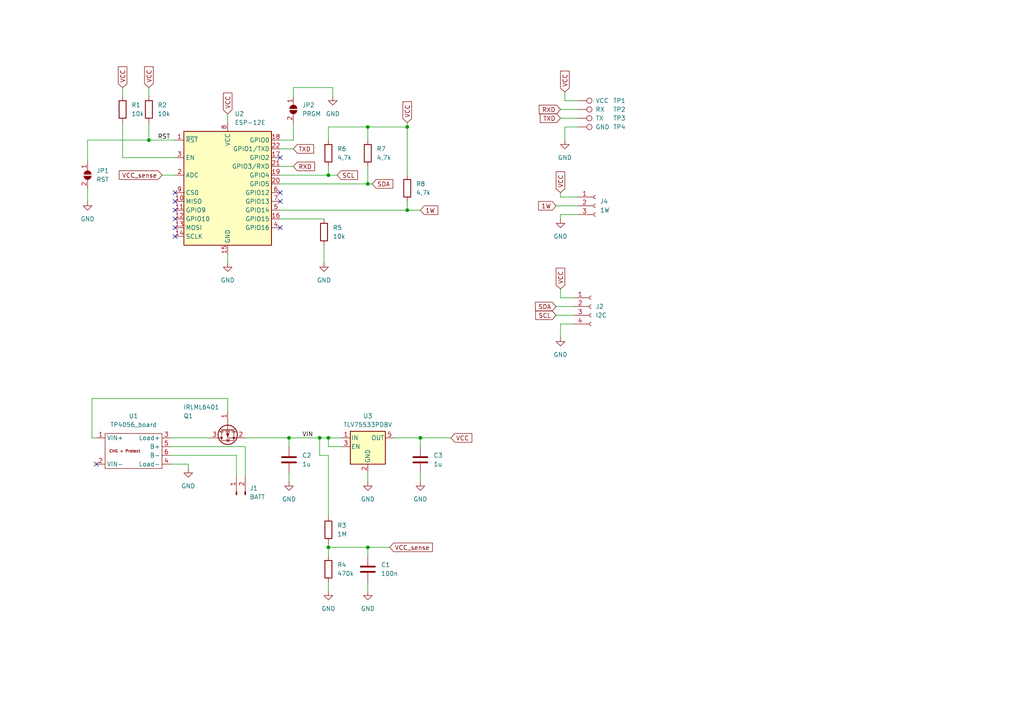
<source format=kicad_sch>
(kicad_sch (version 20230121) (generator eeschema)
  (paper "A4")
  (lib_symbols
    (symbol "Connector:Conn_01x02_Male" (pin_names (offset 1.016) hide)
      (property "Reference" "J" (at 0 2.54 0))
      (property "Value" "Conn_01x02_Male" (at 0 -5.08 0))
      (symbol "Conn_01x02_Male_1_1"
        (polyline (pts (xy 1.27 -2.54) (xy 0.8636 -2.54)) (stroke (width 0.1524)))
        (polyline (pts (xy 1.27 0) (xy 0.8636 0)) (stroke (width 0.1524)))
        (rectangle (start 0.8636 -2.413) (end 0 -2.667) (stroke (width 0.1524)) (fill (type outline)))
        (rectangle (start 0.8636 0.127) (end 0 -0.127) (stroke (width 0.1524)) (fill (type outline)))
        (pin passive line (at 5.08 0 180) (length 3.81) (name "Pin_1") (number "1"))
        (pin passive line (at 5.08 -2.54 180) (length 3.81) (name "Pin_2") (number "2"))
      )
    )
    (symbol "Connector:Conn_01x03_Female" (pin_names (offset 1.016) hide)
      (property "Reference" "J" (at 0 5.08 0))
      (property "Value" "Conn_01x03_Female" (at 0 -5.08 0))
      (symbol "Conn_01x03_Female_1_1"
        (arc (start 0 -2.032) (mid -0.5058 -2.54) (end 0 -3.048) (stroke (width 0.1524)))
        (polyline (pts (xy -1.27 -2.54) (xy -0.508 -2.54)) (stroke (width 0.1524)))
        (polyline (pts (xy -1.27 0) (xy -0.508 0)) (stroke (width 0.1524)))
        (polyline (pts (xy -1.27 2.54) (xy -0.508 2.54)) (stroke (width 0.1524)))
        (arc (start 0 0.508) (mid -0.5058 0) (end 0 -0.508) (stroke (width 0.1524)))
        (arc (start 0 3.048) (mid -0.5058 2.54) (end 0 2.032) (stroke (width 0.1524)))
        (pin passive line (at -5.08 2.54 0) (length 3.81) (name "Pin_1") (number "1"))
        (pin passive line (at -5.08 0 0) (length 3.81) (name "Pin_2") (number "2"))
        (pin passive line (at -5.08 -2.54 0) (length 3.81) (name "Pin_3") (number "3"))
      )
    )
    (symbol "Connector:Conn_01x04_Female" (pin_names (offset 1.016) hide)
      (property "Reference" "J" (at 0 5.08 0))
      (property "Value" "Conn_01x04_Female" (at 0 -7.62 0))
      (symbol "Conn_01x04_Female_1_1"
        (arc (start 0 -4.572) (mid -0.5058 -5.08) (end 0 -5.588) (stroke (width 0.1524)))
        (arc (start 0 -2.032) (mid -0.5058 -2.54) (end 0 -3.048) (stroke (width 0.1524)))
        (polyline (pts (xy -1.27 -5.08) (xy -0.508 -5.08)) (stroke (width 0.1524)))
        (polyline (pts (xy -1.27 -2.54) (xy -0.508 -2.54)) (stroke (width 0.1524)))
        (polyline (pts (xy -1.27 0) (xy -0.508 0)) (stroke (width 0.1524)))
        (polyline (pts (xy -1.27 2.54) (xy -0.508 2.54)) (stroke (width 0.1524)))
        (arc (start 0 0.508) (mid -0.5058 0) (end 0 -0.508) (stroke (width 0.1524)))
        (arc (start 0 3.048) (mid -0.5058 2.54) (end 0 2.032) (stroke (width 0.1524)))
        (pin passive line (at -5.08 2.54 0) (length 3.81) (name "Pin_1") (number "1"))
        (pin passive line (at -5.08 0 0) (length 3.81) (name "Pin_2") (number "2"))
        (pin passive line (at -5.08 -2.54 0) (length 3.81) (name "Pin_3") (number "3"))
        (pin passive line (at -5.08 -5.08 0) (length 3.81) (name "Pin_4") (number "4"))
      )
    )
    (symbol "Connector:TestPoint" (pin_numbers hide) (pin_names (offset 0.762) hide)
      (property "Reference" "TP" (at 0 6.858 0))
      (property "Value" "TestPoint" (at 0 5.08 0))
      (symbol "TestPoint_0_1"
        (circle (center 0 3.302) (radius 0.762))
      )
      (symbol "TestPoint_1_1"
        (pin passive line (at 0 0 90) (length 2.54) (name "1") (number "1"))
      )
    )
    (symbol "Device:C" (pin_numbers hide) (pin_names (offset 0.254))
      (property "Reference" "C" (at 0.635 2.54 0))
      (property "Value" "C" (at 0.635 -2.54 0))
      (symbol "C_0_1"
        (polyline (pts (xy -2.032 -0.762) (xy 2.032 -0.762)) (stroke (width 0.508)))
        (polyline (pts (xy -2.032 0.762) (xy 2.032 0.762)) (stroke (width 0.508)))
      )
      (symbol "C_1_1"
        (pin passive line (at 0 3.81 270) (length 2.794) (name "~") (number "1"))
        (pin passive line (at 0 -3.81 90) (length 2.794) (name "~") (number "2"))
      )
    )
    (symbol "Device:R" (pin_numbers hide) (pin_names (offset 0))
      (property "Reference" "R" (at 2.032 0 90))
      (property "Value" "R" (at 0 0 90))
      (symbol "R_0_1"
        (rectangle (start -1.016 -2.54) (end 1.016 2.54) (stroke (width 0.254)))
      )
      (symbol "R_1_1"
        (pin passive line (at 0 3.81 270) (length 1.27) (name "~") (number "1"))
        (pin passive line (at 0 -3.81 90) (length 1.27) (name "~") (number "2"))
      )
    )
    (symbol "Jumper:SolderJumper_2_Open" (pin_names (offset 0) hide)
      (property "Reference" "JP" (at 0 2.032 0))
      (property "Value" "SolderJumper_2_Open" (at 0 -2.54 0))
      (symbol "SolderJumper_2_Open_0_1"
        (arc (start -0.254 1.016) (mid -1.2656 0) (end -0.254 -1.016))
        (arc (start -0.254 1.016) (mid -1.2656 0) (end -0.254 -1.016) (fill (type outline)))
        (polyline (pts (xy -0.254 1.016) (xy -0.254 -1.016)))
        (polyline (pts (xy 0.254 1.016) (xy 0.254 -1.016)))
        (arc (start 0.254 -1.016) (mid 1.2656 0) (end 0.254 1.016))
        (arc (start 0.254 -1.016) (mid 1.2656 0) (end 0.254 1.016) (fill (type outline)))
      )
      (symbol "SolderJumper_2_Open_1_1"
        (pin passive line (at -3.81 0 0) (length 2.54) (name "A") (number "1"))
        (pin passive line (at 3.81 0 180) (length 2.54) (name "B") (number "2"))
      )
    )
    (symbol "RF_Module:ESP-12E"
      (property "Reference" "U" (at -12.7 19.05 0))
      (property "Value" "ESP-12E" (at 12.7 19.05 0))
      (symbol "ESP-12E_0_1"
        (rectangle (start -12.7 17.78) (end 12.7 -15.24) (stroke (width 0.254)) (fill (type background)))
      )
      (symbol "ESP-12E_1_1"
        (pin input line (at -15.24 15.24 0) (length 2.54) (name "~{RST}") (number "1"))
        (pin bidirectional line (at -15.24 -2.54 0) (length 2.54) (name "MISO") (number "10"))
        (pin bidirectional line (at -15.24 -5.08 0) (length 2.54) (name "GPIO9") (number "11"))
        (pin bidirectional line (at -15.24 -7.62 0) (length 2.54) (name "GPIO10") (number "12"))
        (pin bidirectional line (at -15.24 -10.16 0) (length 2.54) (name "MOSI") (number "13"))
        (pin bidirectional line (at -15.24 -12.7 0) (length 2.54) (name "SCLK") (number "14"))
        (pin power_in line (at 0 -17.78 90) (length 2.54) (name "GND") (number "15"))
        (pin bidirectional line (at 15.24 -7.62 180) (length 2.54) (name "GPIO15") (number "16"))
        (pin bidirectional line (at 15.24 10.16 180) (length 2.54) (name "GPIO2") (number "17"))
        (pin bidirectional line (at 15.24 15.24 180) (length 2.54) (name "GPIO0") (number "18"))
        (pin bidirectional line (at 15.24 5.08 180) (length 2.54) (name "GPIO4") (number "19"))
        (pin input line (at -15.24 5.08 0) (length 2.54) (name "ADC") (number "2"))
        (pin bidirectional line (at 15.24 2.54 180) (length 2.54) (name "GPIO5") (number "20"))
        (pin bidirectional line (at 15.24 7.62 180) (length 2.54) (name "GPIO3/RXD") (number "21"))
        (pin bidirectional line (at 15.24 12.7 180) (length 2.54) (name "GPIO1/TXD") (number "22"))
        (pin input line (at -15.24 10.16 0) (length 2.54) (name "EN") (number "3"))
        (pin bidirectional line (at 15.24 -10.16 180) (length 2.54) (name "GPIO16") (number "4"))
        (pin bidirectional line (at 15.24 -5.08 180) (length 2.54) (name "GPIO14") (number "5"))
        (pin bidirectional line (at 15.24 0 180) (length 2.54) (name "GPIO12") (number "6"))
        (pin bidirectional line (at 15.24 -2.54 180) (length 2.54) (name "GPIO13") (number "7"))
        (pin power_in line (at 0 20.32 270) (length 2.54) (name "VCC") (number "8"))
        (pin input line (at -15.24 0 0) (length 2.54) (name "CS0") (number "9"))
      )
    )
    (symbol "Regulator_Linear:TLV75533PDBV" (pin_names (offset 0.254))
      (property "Reference" "U" (at -3.81 5.715 0))
      (property "Value" "TLV75533PDBV" (at 0 5.715 0))
      (symbol "TLV75533PDBV_0_1"
        (rectangle (start -5.08 4.445) (end 5.08 -5.08) (stroke (width 0.254)) (fill (type background)))
      )
      (symbol "TLV75533PDBV_1_1"
        (pin power_in line (at -7.62 2.54 0) (length 2.54) (name "IN") (number "1"))
        (pin power_in line (at 0 -7.62 90) (length 2.54) (name "GND") (number "2"))
        (pin input line (at -7.62 0 0) (length 2.54) (name "EN") (number "3"))
        (pin no_connect line (at 5.08 0 180) (length 2.54) hide (name "NC") (number "4"))
        (pin power_out line (at 7.62 2.54 180) (length 2.54) (name "OUT") (number "5"))
      )
    )
    (symbol "Transistor_FET:IRLML6401" (pin_names hide)
      (property "Reference" "Q" (at 5.08 1.905 0))
      (property "Value" "IRLML6401" (at 5.08 0 0))
      (symbol "IRLML6401_0_1"
        (polyline (pts (xy 0.254 0) (xy -2.54 0)))
        (polyline (pts (xy 0.254 1.905) (xy 0.254 -1.905)) (stroke (width 0.254)))
        (polyline (pts (xy 0.762 -1.27) (xy 0.762 -2.286)) (stroke (width 0.254)))
        (polyline (pts (xy 0.762 0.508) (xy 0.762 -0.508)) (stroke (width 0.254)))
        (polyline (pts (xy 0.762 2.286) (xy 0.762 1.27)) (stroke (width 0.254)))
        (polyline (pts (xy 2.54 2.54) (xy 2.54 1.778)))
        (polyline (pts (xy 2.54 -2.54) (xy 2.54 0) (xy 0.762 0)))
        (polyline (pts (xy 0.762 1.778) (xy 3.302 1.778) (xy 3.302 -1.778) (xy 0.762 -1.778)))
        (polyline (pts (xy 2.286 0) (xy 1.27 0.381) (xy 1.27 -0.381) (xy 2.286 0)) (fill (type outline)))
        (polyline (pts (xy 2.794 -0.508) (xy 2.921 -0.381) (xy 3.683 -0.381) (xy 3.81 -0.254)))
        (polyline (pts (xy 3.302 -0.381) (xy 2.921 0.254) (xy 3.683 0.254) (xy 3.302 -0.381)))
        (circle (center 1.651 0) (radius 2.794) (stroke (width 0.254)))
        (circle (center 2.54 -1.778) (radius 0.254) (fill (type outline)))
        (circle (center 2.54 1.778) (radius 0.254) (fill (type outline)))
      )
      (symbol "IRLML6401_1_1"
        (pin input line (at -5.08 0 0) (length 2.54) (name "G") (number "1"))
        (pin passive line (at 2.54 -5.08 90) (length 2.54) (name "S") (number "2"))
        (pin passive line (at 2.54 5.08 270) (length 2.54) (name "D") (number "3"))
      )
    )
    (symbol "anphi:TP4056_board"
      (property "Reference" "U" (at 2.54 -3.81 0))
      (property "Value" "TP4056_board" (at 7.62 -1.27 0))
      (symbol "TP4056_board_0_0"
        (text "CHG + Protect" (at 5.715 5.08 0) (effects (font (size 0.8 0.8))))
      )
      (symbol "TP4056_board_0_1"
        (rectangle (start 0 10.16) (end 16.51 0))
      )
      (symbol "TP4056_board_1_1"
        (pin power_out line (at -2.54 8.89 0) (length 2.54) (name "VIN+") (number "1"))
        (pin power_out line (at -2.54 1.27 0) (length 2.54) (name "VIN-") (number "2"))
        (pin power_out line (at 19.05 8.89 180) (length 2.54) (name "Load+") (number "3"))
        (pin power_out line (at 19.05 1.27 180) (length 2.54) (name "Load-") (number "4"))
        (pin power_out line (at 19.05 6.35 180) (length 2.54) (name "B+") (number "5"))
        (pin power_out line (at 19.05 3.81 180) (length 2.54) (name "B-") (number "6"))
      )
    )
    (symbol "power:GND" (power) (pin_names (offset 0))
      (property "Value" "GND" (at 0 -3.81 0))
      (symbol "GND_0_1"
        (polyline (pts (xy 0 0) (xy 0 -1.27) (xy 1.27 -1.27) (xy 0 -2.54) (xy -1.27 -1.27) (xy 0 -1.27)))
      )
      (symbol "GND_1_1"
        (pin power_in line (at 0 0 270) (length 0) hide (name "GND") (number "1"))
      )
    )
  )
  (junction (at 83.82 127))
  (junction (at 106.68 158.75))
  (junction (at 106.68 36.83))
  (junction (at 95.25 158.75))
  (junction (at 106.68 53.34))
  (junction (at 43.18 40.64))
  (junction (at 118.11 36.83))
  (junction (at 92.71 127))
  (junction (at 95.25 50.8))
  (junction (at 121.92 127))
  (junction (at 118.11 60.96))
  (junction (at 95.25 127))
  (no_connect (at 50.8 60.96))
  (no_connect (at 81.28 58.42))
  (no_connect (at 81.28 45.72))
  (no_connect (at 81.28 66.04))
  (no_connect (at 27.94 134.62))
  (no_connect (at 50.8 58.42))
  (no_connect (at 50.8 68.58))
  (no_connect (at 81.28 55.88))
  (no_connect (at 50.8 63.5))
  (no_connect (at 50.8 55.88))
  (no_connect (at 50.8 66.04))
  (wire (pts (xy 85.09 25.4) (xy 85.09 27.94)))
  (wire (pts (xy 83.82 127) (xy 92.71 127)))
  (wire (pts (xy 49.53 129.54) (xy 71.12 129.54)))
  (wire (pts (xy 35.56 45.72) (xy 35.56 35.56)))
  (wire (pts (xy 43.18 35.56) (xy 43.18 40.64)))
  (wire (pts (xy 66.04 115.57) (xy 66.04 119.38)))
  (wire (pts (xy 114.3 127) (xy 121.92 127)))
  (wire (pts (xy 81.28 43.18) (xy 85.09 43.18)))
  (wire (pts (xy 25.4 54.61) (xy 25.4 58.42)))
  (wire (pts (xy 81.28 50.8) (xy 95.25 50.8)))
  (wire (pts (xy 50.8 45.72) (xy 35.56 45.72)))
  (wire (pts (xy 163.83 36.83) (xy 163.83 40.64)))
  (wire (pts (xy 167.64 62.23) (xy 162.56 62.23)))
  (wire (pts (xy 43.18 40.64) (xy 50.8 40.64)))
  (wire (pts (xy 26.67 127) (xy 27.94 127)))
  (wire (pts (xy 121.92 137.16) (xy 121.92 139.7)))
  (wire (pts (xy 83.82 127) (xy 83.82 129.54)))
  (wire (pts (xy 35.56 25.4) (xy 35.56 27.94)))
  (wire (pts (xy 162.56 31.75) (xy 167.64 31.75)))
  (wire (pts (xy 95.25 127) (xy 99.06 127)))
  (wire (pts (xy 162.56 57.15) (xy 167.64 57.15)))
  (wire (pts (xy 43.18 25.4) (xy 43.18 27.94)))
  (wire (pts (xy 92.71 127) (xy 95.25 127)))
  (wire (pts (xy 166.37 93.98) (xy 162.56 93.98)))
  (wire (pts (xy 81.28 48.26) (xy 85.09 48.26)))
  (wire (pts (xy 162.56 34.29) (xy 167.64 34.29)))
  (wire (pts (xy 95.25 36.83) (xy 106.68 36.83)))
  (wire (pts (xy 162.56 55.88) (xy 162.56 57.15)))
  (wire (pts (xy 106.68 36.83) (xy 118.11 36.83)))
  (wire (pts (xy 163.83 29.21) (xy 163.83 26.67)))
  (wire (pts (xy 81.28 63.5) (xy 93.98 63.5)))
  (wire (pts (xy 46.99 50.8) (xy 50.8 50.8)))
  (wire (pts (xy 118.11 58.42) (xy 118.11 60.96)))
  (wire (pts (xy 95.25 129.54) (xy 95.25 127)))
  (wire (pts (xy 95.25 50.8) (xy 97.79 50.8)))
  (wire (pts (xy 93.98 71.12) (xy 93.98 76.2)))
  (wire (pts (xy 121.92 127) (xy 121.92 129.54)))
  (wire (pts (xy 167.64 29.21) (xy 163.83 29.21)))
  (wire (pts (xy 167.64 36.83) (xy 163.83 36.83)))
  (wire (pts (xy 85.09 40.64) (xy 85.09 35.56)))
  (wire (pts (xy 118.11 60.96) (xy 121.92 60.96)))
  (wire (pts (xy 106.68 158.75) (xy 95.25 158.75)))
  (wire (pts (xy 95.25 132.08) (xy 92.71 132.08)))
  (wire (pts (xy 66.04 73.66) (xy 66.04 76.2)))
  (wire (pts (xy 95.25 48.26) (xy 95.25 50.8)))
  (wire (pts (xy 161.29 59.69) (xy 167.64 59.69)))
  (wire (pts (xy 54.61 135.89) (xy 54.61 134.62)))
  (wire (pts (xy 106.68 137.16) (xy 106.68 139.7)))
  (wire (pts (xy 118.11 35.56) (xy 118.11 36.83)))
  (wire (pts (xy 49.53 127) (xy 60.96 127)))
  (wire (pts (xy 106.68 53.34) (xy 107.95 53.34)))
  (wire (pts (xy 161.29 91.44) (xy 166.37 91.44)))
  (wire (pts (xy 121.92 127) (xy 130.81 127)))
  (wire (pts (xy 81.28 60.96) (xy 118.11 60.96)))
  (wire (pts (xy 95.25 158.75) (xy 95.25 161.29)))
  (wire (pts (xy 106.68 36.83) (xy 106.68 40.64)))
  (wire (pts (xy 95.25 149.86) (xy 95.25 132.08)))
  (wire (pts (xy 118.11 36.83) (xy 118.11 50.8)))
  (wire (pts (xy 106.68 158.75) (xy 113.03 158.75)))
  (wire (pts (xy 54.61 134.62) (xy 49.53 134.62)))
  (wire (pts (xy 25.4 40.64) (xy 43.18 40.64)))
  (wire (pts (xy 66.04 33.02) (xy 66.04 35.56)))
  (wire (pts (xy 71.12 129.54) (xy 71.12 138.43)))
  (wire (pts (xy 68.58 132.08) (xy 68.58 138.43)))
  (wire (pts (xy 49.53 132.08) (xy 68.58 132.08)))
  (wire (pts (xy 71.12 127) (xy 83.82 127)))
  (wire (pts (xy 96.52 27.94) (xy 96.52 25.4)))
  (wire (pts (xy 99.06 129.54) (xy 95.25 129.54)))
  (wire (pts (xy 81.28 40.64) (xy 85.09 40.64)))
  (wire (pts (xy 95.25 40.64) (xy 95.25 36.83)))
  (wire (pts (xy 96.52 25.4) (xy 85.09 25.4)))
  (wire (pts (xy 106.68 161.29) (xy 106.68 158.75)))
  (wire (pts (xy 166.37 86.36) (xy 162.56 86.36)))
  (wire (pts (xy 95.25 157.48) (xy 95.25 158.75)))
  (wire (pts (xy 162.56 62.23) (xy 162.56 63.5)))
  (wire (pts (xy 81.28 53.34) (xy 106.68 53.34)))
  (wire (pts (xy 26.67 127) (xy 26.67 115.57)))
  (wire (pts (xy 92.71 132.08) (xy 92.71 127)))
  (wire (pts (xy 162.56 86.36) (xy 162.56 83.82)))
  (wire (pts (xy 83.82 137.16) (xy 83.82 139.7)))
  (wire (pts (xy 95.25 168.91) (xy 95.25 171.45)))
  (wire (pts (xy 106.68 48.26) (xy 106.68 53.34)))
  (wire (pts (xy 26.67 115.57) (xy 66.04 115.57)))
  (wire (pts (xy 161.29 88.9) (xy 166.37 88.9)))
  (wire (pts (xy 25.4 40.64) (xy 25.4 46.99)))
  (wire (pts (xy 106.68 168.91) (xy 106.68 171.45)))
  (wire (pts (xy 162.56 93.98) (xy 162.56 97.79)))
  (label "RST" (at 45.72 40.64 0))
  (label "VIN" (at 87.63 127 0))
  (global_label "VCC" (shape input) (at 66.04 33.02 90) (property "Intersheetrefs" "${INTERSHEET_REFS}" (effects hide)))
  (global_label "VCC" (shape input) (at 118.11 35.56 90) (property "Intersheetrefs" "${INTERSHEET_REFS}" (effects hide)))
  (global_label "SCL" (shape input) (at 161.29 91.44 180) (property "Intersheetrefs" "${INTERSHEET_REFS}" (effects hide)))
  (global_label "VCC_sense" (shape input) (at 113.03 158.75 0) (property "Intersheetrefs" "${INTERSHEET_REFS}" (effects hide)))
  (global_label "VCC" (shape input) (at 163.83 26.67 90) (property "Intersheetrefs" "${INTERSHEET_REFS}" (effects hide)))
  (global_label "VCC" (shape input) (at 43.18 25.4 90) (property "Intersheetrefs" "${INTERSHEET_REFS}" (effects hide)))
  (global_label "SCL" (shape input) (at 97.79 50.8 0) (property "Intersheetrefs" "${INTERSHEET_REFS}" (effects hide)))
  (global_label "RXD" (shape input) (at 85.09 48.26 0) (property "Intersheetrefs" "${INTERSHEET_REFS}" (effects hide)))
  (global_label "VCC_sense" (shape input) (at 46.99 50.8 180) (property "Intersheetrefs" "${INTERSHEET_REFS}" (effects hide)))
  (global_label "VCC" (shape input) (at 162.56 55.88 90) (property "Intersheetrefs" "${INTERSHEET_REFS}" (effects hide)))
  (global_label "VCC" (shape input) (at 130.81 127 0) (property "Intersheetrefs" "${INTERSHEET_REFS}" (effects hide)))
  (global_label "1W" (shape input) (at 121.92 60.96 0) (property "Intersheetrefs" "${INTERSHEET_REFS}" (effects hide)))
  (global_label "SDA" (shape input) (at 161.29 88.9 180) (property "Intersheetrefs" "${INTERSHEET_REFS}" (effects hide)))
  (global_label "RXD" (shape input) (at 162.56 31.75 180) (property "Intersheetrefs" "${INTERSHEET_REFS}" (effects hide)))
  (global_label "1W" (shape input) (at 161.29 59.69 180) (property "Intersheetrefs" "${INTERSHEET_REFS}" (effects hide)))
  (global_label "SDA" (shape input) (at 107.95 53.34 0) (property "Intersheetrefs" "${INTERSHEET_REFS}" (effects hide)))
  (global_label "TXD" (shape input) (at 85.09 43.18 0) (property "Intersheetrefs" "${INTERSHEET_REFS}" (effects hide)))
  (global_label "VCC" (shape input) (at 35.56 25.4 90) (property "Intersheetrefs" "${INTERSHEET_REFS}" (effects hide)))
  (global_label "VCC" (shape input) (at 162.56 83.82 90) (property "Intersheetrefs" "${INTERSHEET_REFS}" (effects hide)))
  (global_label "TXD" (shape input) (at 162.56 34.29 180) (property "Intersheetrefs" "${INTERSHEET_REFS}" (effects hide)))
  (symbol (lib_id "Connector:TestPoint") (at 167.64 31.75 270) (unit 1)
    (property "Reference" "TP2" (at 177.8 31.75 90) (effects (justify left)))
    (property "Value" "RX" (at 172.72 31.75 90) (effects (justify left)))
    (property "Footprint" "TestPoint:TestPoint_Pad_2.5x2.5mm" (effects hide))
  )
  (symbol (lib_id "power:GND") (at 96.52 27.94 0) (mirror y) (unit 1)
    (property "Reference" "#PWR0106" (effects hide))
    (property "Value" "GND" (at 96.52 33.02 0))
  )
  (symbol (lib_id "Regulator_Linear:TLV75533PDBV") (at 106.68 129.54 0) (unit 1)
    (property "Reference" "U3" (at 106.68 120.65 0))
    (property "Value" "TLV75533PDBV" (at 106.68 123.19 0))
    (property "Footprint" "Package_TO_SOT_SMD:SOT-23-5" (effects hide))
    (property "Datasheet" "http://www.ti.com/lit/ds/symlink/tlv755p.pdf" (effects hide))
  )
  (symbol (lib_id "power:GND") (at 106.68 139.7 0) (mirror y) (unit 1)
    (property "Reference" "#PWR03" (effects hide))
    (property "Value" "GND" (at 106.68 144.78 0))
  )
  (symbol (lib_id "Device:C") (at 106.68 165.1 0) (unit 1)
    (property "Reference" "C1" (at 110.49 163.8299 0) (effects (justify left)))
    (property "Value" "100n" (at 110.49 166.3699 0) (effects (justify left)))
    (property "Footprint" "Capacitor_SMD:C_0805_2012Metric_Pad1.18x1.45mm_HandSolder" (effects hide))
  )
  (symbol (lib_id "power:GND") (at 93.98 76.2 0) (mirror y) (unit 1)
    (property "Reference" "#PWR0107" (effects hide))
    (property "Value" "GND" (at 93.98 81.28 0))
  )
  (symbol (lib_id "Device:R") (at 43.18 31.75 0) (unit 1)
    (property "Reference" "R2" (at 45.72 30.4799 0) (effects (justify left)))
    (property "Value" "10k" (at 45.72 33.0199 0) (effects (justify left)))
    (property "Footprint" "Resistor_SMD:R_0805_2012Metric_Pad1.20x1.40mm_HandSolder" (effects hide))
  )
  (symbol (lib_id "Connector:TestPoint") (at 167.64 34.29 270) (unit 1)
    (property "Reference" "TP3" (at 177.8 34.29 90) (effects (justify left)))
    (property "Value" "TX" (at 172.72 34.29 90) (effects (justify left)))
    (property "Footprint" "TestPoint:TestPoint_Pad_2.5x2.5mm" (effects hide))
  )
  (symbol (lib_id "Connector:Conn_01x02_Male") (at 68.58 143.51 90) (unit 1)
    (property "Reference" "J1" (at 72.39 141.6049 90) (effects (justify right)))
    (property "Value" "BATT" (at 72.39 144.1449 90) (effects (justify right)))
    (property "Footprint" "Connector_Molex:Molex_PicoBlade_53047-0210_1x02_P1.25mm_Vertical" (effects hide))
  )
  (symbol (lib_id "power:GND") (at 95.25 171.45 0) (mirror y) (unit 1)
    (property "Reference" "#PWR0110" (effects hide))
    (property "Value" "GND" (at 95.25 176.53 0))
  )
  (symbol (lib_id "Device:R") (at 95.25 165.1 0) (unit 1)
    (property "Reference" "R4" (at 97.79 163.8299 0) (effects (justify left)))
    (property "Value" "470k" (at 97.79 166.3699 0) (effects (justify left)))
    (property "Footprint" "Resistor_SMD:R_0805_2012Metric_Pad1.20x1.40mm_HandSolder" (effects hide))
  )
  (symbol (lib_id "RF_Module:ESP-12E") (at 66.04 55.88 0) (unit 1)
    (property "Reference" "U2" (at 68.0594 33.02 0) (effects (justify left)))
    (property "Value" "ESP-12E" (at 68.0594 35.56 0) (effects (justify left)))
    (property "Footprint" "RF_Module:ESP-12E" (effects hide))
    (property "Datasheet" "http://wiki.ai-thinker.com/_media/esp8266/esp8266_series_modules_user_manual_v1.1.pdf" (effects hide))
  )
  (symbol (lib_id "power:GND") (at 66.04 76.2 0) (mirror y) (unit 1)
    (property "Reference" "#PWR0102" (effects hide))
    (property "Value" "GND" (at 66.04 81.28 0))
  )
  (symbol (lib_id "power:GND") (at 106.68 171.45 0) (mirror y) (unit 1)
    (property "Reference" "#PWR0108" (effects hide))
    (property "Value" "GND" (at 106.68 176.53 0))
  )
  (symbol (lib_id "power:GND") (at 54.61 135.89 0) (mirror y) (unit 1)
    (property "Reference" "#PWR0109" (effects hide))
    (property "Value" "GND" (at 54.61 140.97 0))
  )
  (symbol (lib_id "Connector:TestPoint") (at 167.64 29.21 270) (unit 1)
    (property "Reference" "TP1" (at 177.8 29.21 90) (effects (justify left)))
    (property "Value" "VCC" (at 172.72 29.21 90) (effects (justify left)))
    (property "Footprint" "TestPoint:TestPoint_Pad_2.5x2.5mm" (effects hide))
  )
  (symbol (lib_id "Device:R") (at 35.56 31.75 0) (unit 1)
    (property "Reference" "R1" (at 38.1 30.4799 0) (effects (justify left)))
    (property "Value" "10k" (at 38.1 33.0199 0) (effects (justify left)))
    (property "Footprint" "Resistor_SMD:R_0805_2012Metric_Pad1.20x1.40mm_HandSolder" (effects hide))
  )
  (symbol (lib_id "Device:C") (at 83.82 133.35 0) (unit 1)
    (property "Reference" "C2" (at 87.63 132.08 0) (effects (justify left)))
    (property "Value" "1u" (at 87.63 134.62 0) (effects (justify left)))
    (property "Footprint" "Capacitor_SMD:C_0805_2012Metric_Pad1.18x1.45mm_HandSolder" (effects hide))
  )
  (symbol (lib_id "Connector:Conn_01x04_Female") (at 171.45 88.9 0) (unit 1)
    (property "Reference" "J2" (at 172.72 88.8999 0) (effects (justify left)))
    (property "Value" "I2C" (at 172.72 91.4399 0) (effects (justify left)))
    (property "Footprint" "Connector_PinHeader_1.27mm:PinHeader_1x04_P1.27mm_Vertical" (effects hide))
  )
  (symbol (lib_id "Connector:TestPoint") (at 167.64 36.83 270) (unit 1)
    (property "Reference" "TP4" (at 177.8 36.83 90) (effects (justify left)))
    (property "Value" "GND" (at 172.72 36.83 90) (effects (justify left)))
    (property "Footprint" "TestPoint:TestPoint_Pad_2.5x2.5mm" (effects hide))
  )
  (symbol (lib_id "power:GND") (at 25.4 58.42 0) (mirror y) (unit 1)
    (property "Reference" "#PWR0101" (effects hide))
    (property "Value" "GND" (at 25.4 63.5 0))
  )
  (symbol (lib_id "power:GND") (at 162.56 97.79 0) (mirror y) (unit 1)
    (property "Reference" "#PWR0104" (effects hide))
    (property "Value" "GND" (at 162.56 102.87 0))
  )
  (symbol (lib_id "power:GND") (at 163.83 40.64 0) (mirror y) (unit 1)
    (property "Reference" "#PWR0105" (effects hide))
    (property "Value" "GND" (at 163.83 45.72 0))
  )
  (symbol (lib_id "power:GND") (at 121.92 139.7 0) (mirror y) (unit 1)
    (property "Reference" "#PWR02" (effects hide))
    (property "Value" "GND" (at 121.92 144.78 0))
  )
  (symbol (lib_id "Transistor_FET:IRLML6401") (at 66.04 124.46 90) (mirror x) (unit 1)
    (property "Reference" "Q1" (at 54.61 120.65 90))
    (property "Value" "IRLML6401" (at 58.42 118.11 90))
    (property "Footprint" "Package_TO_SOT_SMD:SOT-23" (effects hide))
    (property "Datasheet" "https://www.infineon.com/dgdl/irlml6401pbf.pdf?fileId=5546d462533600a401535668b96d2634" (effects hide))
  )
  (symbol (lib_id "Device:R") (at 95.25 44.45 0) (unit 1)
    (property "Reference" "R6" (at 97.79 43.1799 0) (effects (justify left)))
    (property "Value" "4,7k" (at 97.79 45.7199 0) (effects (justify left)))
    (property "Footprint" "Resistor_SMD:R_0805_2012Metric_Pad1.20x1.40mm_HandSolder" (effects hide))
  )
  (symbol (lib_id "power:GND") (at 162.56 63.5 0) (mirror y) (unit 1)
    (property "Reference" "#PWR0103" (effects hide))
    (property "Value" "GND" (at 162.56 68.58 0))
  )
  (symbol (lib_id "Jumper:SolderJumper_2_Open") (at 25.4 50.8 270) (unit 1)
    (property "Reference" "JP1" (at 27.94 49.5299 90) (effects (justify left)))
    (property "Value" "RST" (at 27.94 52.0699 90) (effects (justify left)))
    (property "Footprint" "Jumper:SolderJumper-2_P1.3mm_Open_RoundedPad1.0x1.5mm" (effects hide))
  )
  (symbol (lib_id "Device:R") (at 93.98 67.31 0) (unit 1)
    (property "Reference" "R5" (at 96.52 66.0399 0) (effects (justify left)))
    (property "Value" "10k" (at 96.52 68.5799 0) (effects (justify left)))
    (property "Footprint" "Resistor_SMD:R_0805_2012Metric_Pad1.20x1.40mm_HandSolder" (effects hide))
  )
  (symbol (lib_id "Device:R") (at 118.11 54.61 0) (unit 1)
    (property "Reference" "R8" (at 120.65 53.3399 0) (effects (justify left)))
    (property "Value" "4,7k" (at 120.65 55.8799 0) (effects (justify left)))
    (property "Footprint" "Resistor_SMD:R_0805_2012Metric_Pad1.20x1.40mm_HandSolder" (effects hide))
  )
  (symbol (lib_id "power:GND") (at 83.82 139.7 0) (mirror y) (unit 1)
    (property "Reference" "#PWR01" (effects hide))
    (property "Value" "GND" (at 83.82 144.78 0))
  )
  (symbol (lib_id "anphi:TP4056_board") (at 30.48 135.89 0) (unit 1)
    (property "Reference" "U1" (at 38.735 120.65 0))
    (property "Value" "TP4056_board" (at 38.735 123.19 0))
    (property "Footprint" "anphi:TP4056-18650" (effects hide))
  )
  (symbol (lib_id "Jumper:SolderJumper_2_Open") (at 85.09 31.75 270) (unit 1)
    (property "Reference" "JP2" (at 87.63 30.4799 90) (effects (justify left)))
    (property "Value" "PRGM" (at 87.63 33.0199 90) (effects (justify left)))
    (property "Footprint" "Jumper:SolderJumper-2_P1.3mm_Open_RoundedPad1.0x1.5mm" (effects hide))
  )
  (symbol (lib_id "Device:R") (at 106.68 44.45 0) (unit 1)
    (property "Reference" "R7" (at 109.22 43.1799 0) (effects (justify left)))
    (property "Value" "4,7k" (at 109.22 45.7199 0) (effects (justify left)))
    (property "Footprint" "Resistor_SMD:R_0805_2012Metric_Pad1.20x1.40mm_HandSolder" (effects hide))
  )
  (symbol (lib_id "Device:C") (at 121.92 133.35 0) (unit 1)
    (property "Reference" "C3" (at 125.73 132.08 0) (effects (justify left)))
    (property "Value" "1u" (at 125.73 134.62 0) (effects (justify left)))
    (property "Footprint" "Capacitor_SMD:C_0805_2012Metric_Pad1.18x1.45mm_HandSolder" (effects hide))
  )
  (symbol (lib_id "Device:R") (at 95.25 153.67 0) (unit 1)
    (property "Reference" "R3" (at 97.79 152.3999 0) (effects (justify left)))
    (property "Value" "1M" (at 97.79 154.9399 0) (effects (justify left)))
    (property "Footprint" "Resistor_SMD:R_0805_2012Metric_Pad1.20x1.40mm_HandSolder" (effects hide))
  )
  (symbol (lib_id "Connector:Conn_01x03_Female") (at 172.72 59.69 0) (unit 1)
    (property "Reference" "J4" (at 173.99 58.4199 0) (effects (justify left)))
    (property "Value" "1W" (at 173.99 60.9599 0) (effects (justify left)))
    (property "Footprint" "Connector_PinHeader_1.27mm:PinHeader_1x03_P1.27mm_Vertical" (effects hide))
  )
)
</source>
